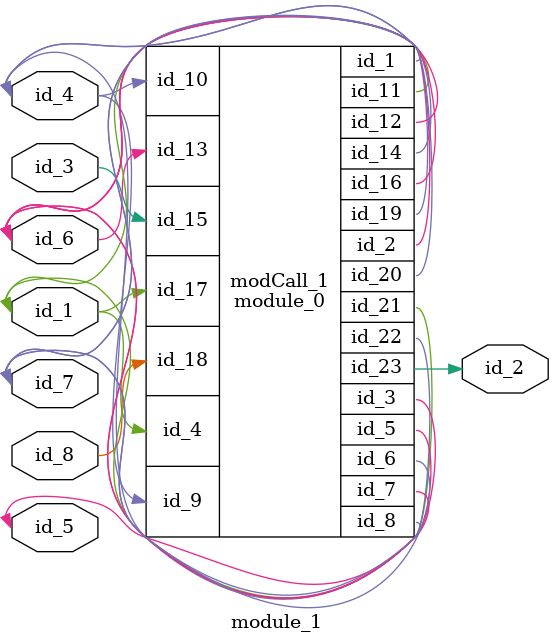
<source format=v>
module module_0 (
    id_1,
    id_2,
    id_3,
    id_4,
    id_5,
    id_6,
    id_7,
    id_8,
    id_9,
    id_10,
    id_11,
    id_12,
    id_13,
    id_14,
    id_15,
    id_16,
    id_17,
    id_18,
    id_19,
    id_20,
    id_21,
    id_22,
    id_23
);
  output wire id_23;
  output wire id_22;
  inout wire id_21;
  output wire id_20;
  output wire id_19;
  input wire id_18;
  input wire id_17;
  output wire id_16;
  input wire id_15;
  inout wire id_14;
  input wire id_13;
  inout wire id_12;
  inout wire id_11;
  input wire id_10;
  input wire id_9;
  inout wire id_8;
  output wire id_7;
  inout wire id_6;
  output wire id_5;
  input wire id_4;
  inout wire id_3;
  inout wire id_2;
  inout wire id_1;
  assign id_5[1] = id_11;
endmodule
module module_1 (
    id_1,
    id_2,
    id_3,
    id_4,
    id_5,
    id_6,
    id_7,
    id_8
);
  input wire id_8;
  inout wire id_7;
  inout wire id_6;
  inout wire id_5;
  inout wire id_4;
  input wire id_3;
  output wire id_2;
  inout wire id_1;
  assign id_5[1] = 1;
  module_0 modCall_1 (
      id_7,
      id_6,
      id_6,
      id_1,
      id_5,
      id_7,
      id_6,
      id_7,
      id_4,
      id_4,
      id_1,
      id_6,
      id_6,
      id_4,
      id_3,
      id_6,
      id_1,
      id_8,
      id_4,
      id_7,
      id_1,
      id_4,
      id_2
  );
endmodule

</source>
